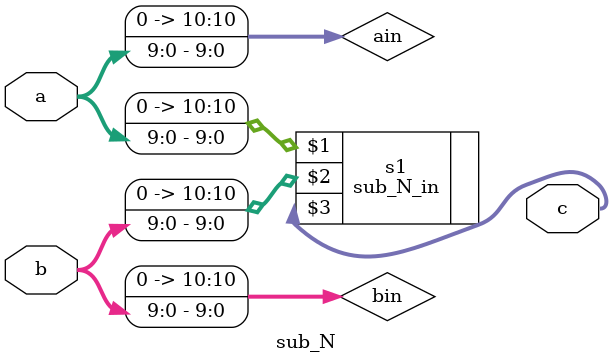
<source format=v>
module sub_N (a,b,c);
parameter N=10;
input [N-1:0] a,b;
output [N:0] c;
wire [N:0] ain = {1'b0,a};
wire [N:0] bin = {1'b0,b};
sub_N_in #(.N(N)) s1 (ain,bin,c);
endmodule
</source>
